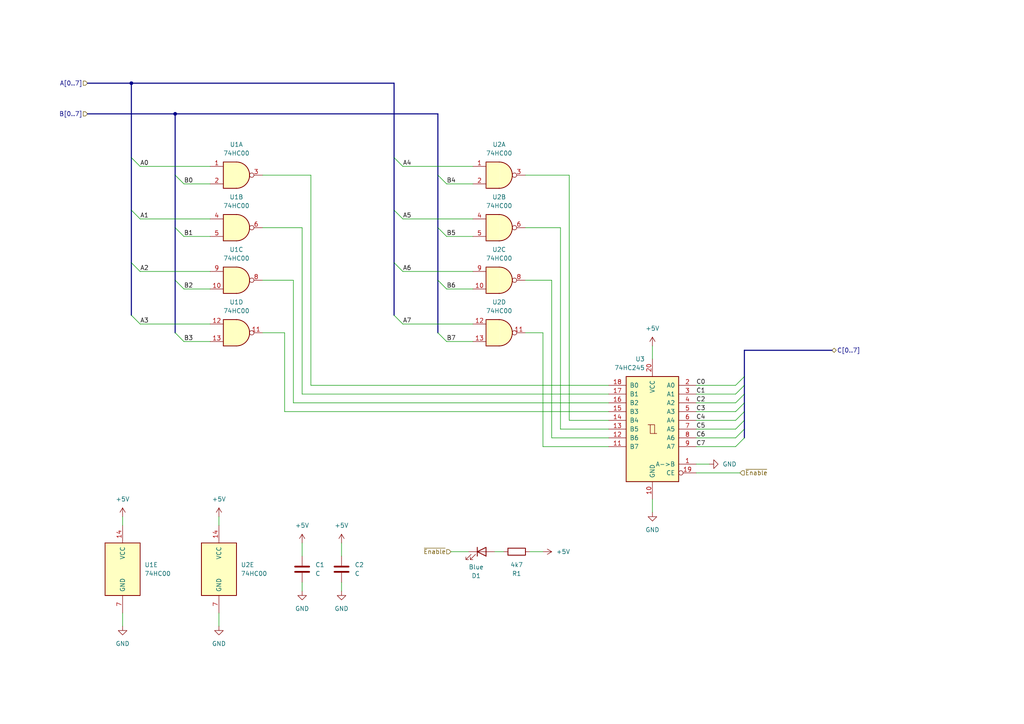
<source format=kicad_sch>
(kicad_sch (version 20231120) (generator "eeschema") (generator_version "8.0")
  (paper "A4")
  (lib_symbols
    (symbol "74xx:74HC00" (pin_names (offset 1.016))
      (property "Reference" "U" (at 0 1.27 0))
      (property "Value" "74HC00" (at 0 -1.27 0))
      (symbol "74HC00_1_1"
        (arc (start 0 -3.81) (mid 3.7934 0) (end 0 3.81) (stroke (width 0.254)) (fill (type background)))
        (polyline (pts (xy 0 3.81) (xy -3.81 3.81) (xy -3.81 -3.81) (xy 0 -3.81)) (stroke (width 0.254)) (fill (type background)))
        (pin input line (at -7.62 2.54 0) (length 3.81) (name "~") (number "1"))
        (pin input line (at -7.62 -2.54 0) (length 3.81) (name "~") (number "2"))
        (pin output inverted (at 7.62 0 180) (length 3.81) (name "~") (number "3"))
      )
      (symbol "74HC00_1_2"
        (arc (start -3.81 -3.81) (mid -2.589 0) (end -3.81 3.81) (stroke (width 0.254)))
        (arc (start -0.6096 -3.81) (mid 2.1842 -2.5851) (end 3.81 0) (stroke (width 0.254)) (fill (type background)))
        (polyline (pts (xy -3.81 -3.81) (xy -0.635 -3.81)) (stroke (width 0.254)) (fill (type background)))
        (polyline (pts (xy -3.81 3.81) (xy -0.635 3.81)) (stroke (width 0.254)) (fill (type background)))
        (polyline (pts (xy -0.635 3.81) (xy -3.81 3.81) (xy -3.81 3.81) (xy -3.556 3.4036) (xy -3.0226 2.2606) (xy -2.6924 1.0414) (xy -2.6162 -0.254) (xy -2.7686 -1.4986) (xy -3.175 -2.7178) (xy -3.81 -3.81) (xy -3.81 -3.81) (xy -0.635 -3.81)) (stroke (width -25.4)) (fill (type background)))
        (arc (start 3.81 0) (mid 2.1915 2.5936) (end -0.6096 3.81) (stroke (width 0.254)) (fill (type background)))
        (pin input inverted (at -7.62 2.54 0) (length 4.318) (name "~") (number "1"))
        (pin input inverted (at -7.62 -2.54 0) (length 4.318) (name "~") (number "2"))
        (pin output line (at 7.62 0 180) (length 3.81) (name "~") (number "3"))
      )
      (symbol "74HC00_2_1"
        (arc (start 0 -3.81) (mid 3.7934 0) (end 0 3.81) (stroke (width 0.254)) (fill (type background)))
        (polyline (pts (xy 0 3.81) (xy -3.81 3.81) (xy -3.81 -3.81) (xy 0 -3.81)) (stroke (width 0.254)) (fill (type background)))
        (pin input line (at -7.62 2.54 0) (length 3.81) (name "~") (number "4"))
        (pin input line (at -7.62 -2.54 0) (length 3.81) (name "~") (number "5"))
        (pin output inverted (at 7.62 0 180) (length 3.81) (name "~") (number "6"))
      )
      (symbol "74HC00_2_2"
        (arc (start -3.81 -3.81) (mid -2.589 0) (end -3.81 3.81) (stroke (width 0.254)))
        (arc (start -0.6096 -3.81) (mid 2.1842 -2.5851) (end 3.81 0) (stroke (width 0.254)) (fill (type background)))
        (polyline (pts (xy -3.81 -3.81) (xy -0.635 -3.81)) (stroke (width 0.254)) (fill (type background)))
        (polyline (pts (xy -3.81 3.81) (xy -0.635 3.81)) (stroke (width 0.254)) (fill (type background)))
        (polyline (pts (xy -0.635 3.81) (xy -3.81 3.81) (xy -3.81 3.81) (xy -3.556 3.4036) (xy -3.0226 2.2606) (xy -2.6924 1.0414) (xy -2.6162 -0.254) (xy -2.7686 -1.4986) (xy -3.175 -2.7178) (xy -3.81 -3.81) (xy -3.81 -3.81) (xy -0.635 -3.81)) (stroke (width -25.4)) (fill (type background)))
        (arc (start 3.81 0) (mid 2.1915 2.5936) (end -0.6096 3.81) (stroke (width 0.254)) (fill (type background)))
        (pin input inverted (at -7.62 2.54 0) (length 4.318) (name "~") (number "4"))
        (pin input inverted (at -7.62 -2.54 0) (length 4.318) (name "~") (number "5"))
        (pin output line (at 7.62 0 180) (length 3.81) (name "~") (number "6"))
      )
      (symbol "74HC00_3_1"
        (arc (start 0 -3.81) (mid 3.7934 0) (end 0 3.81) (stroke (width 0.254)) (fill (type background)))
        (polyline (pts (xy 0 3.81) (xy -3.81 3.81) (xy -3.81 -3.81) (xy 0 -3.81)) (stroke (width 0.254)) (fill (type background)))
        (pin input line (at -7.62 -2.54 0) (length 3.81) (name "~") (number "10"))
        (pin output inverted (at 7.62 0 180) (length 3.81) (name "~") (number "8"))
        (pin input line (at -7.62 2.54 0) (length 3.81) (name "~") (number "9"))
      )
      (symbol "74HC00_3_2"
        (arc (start -3.81 -3.81) (mid -2.589 0) (end -3.81 3.81) (stroke (width 0.254)))
        (arc (start -0.6096 -3.81) (mid 2.1842 -2.5851) (end 3.81 0) (stroke (width 0.254)) (fill (type background)))
        (polyline (pts (xy -3.81 -3.81) (xy -0.635 -3.81)) (stroke (width 0.254)) (fill (type background)))
        (polyline (pts (xy -3.81 3.81) (xy -0.635 3.81)) (stroke (width 0.254)) (fill (type background)))
        (polyline (pts (xy -0.635 3.81) (xy -3.81 3.81) (xy -3.81 3.81) (xy -3.556 3.4036) (xy -3.0226 2.2606) (xy -2.6924 1.0414) (xy -2.6162 -0.254) (xy -2.7686 -1.4986) (xy -3.175 -2.7178) (xy -3.81 -3.81) (xy -3.81 -3.81) (xy -0.635 -3.81)) (stroke (width -25.4)) (fill (type background)))
        (arc (start 3.81 0) (mid 2.1915 2.5936) (end -0.6096 3.81) (stroke (width 0.254)) (fill (type background)))
        (pin input inverted (at -7.62 -2.54 0) (length 4.318) (name "~") (number "10"))
        (pin output line (at 7.62 0 180) (length 3.81) (name "~") (number "8"))
        (pin input inverted (at -7.62 2.54 0) (length 4.318) (name "~") (number "9"))
      )
      (symbol "74HC00_4_1"
        (arc (start 0 -3.81) (mid 3.7934 0) (end 0 3.81) (stroke (width 0.254)) (fill (type background)))
        (polyline (pts (xy 0 3.81) (xy -3.81 3.81) (xy -3.81 -3.81) (xy 0 -3.81)) (stroke (width 0.254)) (fill (type background)))
        (pin output inverted (at 7.62 0 180) (length 3.81) (name "~") (number "11"))
        (pin input line (at -7.62 2.54 0) (length 3.81) (name "~") (number "12"))
        (pin input line (at -7.62 -2.54 0) (length 3.81) (name "~") (number "13"))
      )
      (symbol "74HC00_4_2"
        (arc (start -3.81 -3.81) (mid -2.589 0) (end -3.81 3.81) (stroke (width 0.254)))
        (arc (start -0.6096 -3.81) (mid 2.1842 -2.5851) (end 3.81 0) (stroke (width 0.254)) (fill (type background)))
        (polyline (pts (xy -3.81 -3.81) (xy -0.635 -3.81)) (stroke (width 0.254)) (fill (type background)))
        (polyline (pts (xy -3.81 3.81) (xy -0.635 3.81)) (stroke (width 0.254)) (fill (type background)))
        (polyline (pts (xy -0.635 3.81) (xy -3.81 3.81) (xy -3.81 3.81) (xy -3.556 3.4036) (xy -3.0226 2.2606) (xy -2.6924 1.0414) (xy -2.6162 -0.254) (xy -2.7686 -1.4986) (xy -3.175 -2.7178) (xy -3.81 -3.81) (xy -3.81 -3.81) (xy -0.635 -3.81)) (stroke (width -25.4)) (fill (type background)))
        (arc (start 3.81 0) (mid 2.1915 2.5936) (end -0.6096 3.81) (stroke (width 0.254)) (fill (type background)))
        (pin output line (at 7.62 0 180) (length 3.81) (name "~") (number "11"))
        (pin input inverted (at -7.62 2.54 0) (length 4.318) (name "~") (number "12"))
        (pin input inverted (at -7.62 -2.54 0) (length 4.318) (name "~") (number "13"))
      )
      (symbol "74HC00_5_0"
        (pin power_in line (at 0 12.7 270) (length 5.08) (name "VCC") (number "14"))
        (pin power_in line (at 0 -12.7 90) (length 5.08) (name "GND") (number "7"))
      )
      (symbol "74HC00_5_1"
        (rectangle (start -5.08 7.62) (end 5.08 -7.62) (stroke (width 0.254)) (fill (type background)))
      )
    )
    (symbol "74xx:74HC245" (pin_names (offset 1.016))
      (property "Reference" "U" (at -7.62 16.51 0))
      (property "Value" "74HC245" (at -7.62 -16.51 0))
      (symbol "74HC245_1_0"
        (polyline (pts (xy -0.635 -1.27) (xy -0.635 1.27) (xy 0.635 1.27)))
        (polyline (pts (xy -1.27 -1.27) (xy 0.635 -1.27) (xy 0.635 1.27) (xy 1.27 1.27)))
        (pin input line (at -12.7 -10.16 0) (length 5.08) (name "A->B") (number "1"))
        (pin power_in line (at 0 -20.32 90) (length 5.08) (name "GND") (number "10"))
        (pin tri_state line (at 12.7 -5.08 180) (length 5.08) (name "B7") (number "11"))
        (pin tri_state line (at 12.7 -2.54 180) (length 5.08) (name "B6") (number "12"))
        (pin tri_state line (at 12.7 0 180) (length 5.08) (name "B5") (number "13"))
        (pin tri_state line (at 12.7 2.54 180) (length 5.08) (name "B4") (number "14"))
        (pin tri_state line (at 12.7 5.08 180) (length 5.08) (name "B3") (number "15"))
        (pin tri_state line (at 12.7 7.62 180) (length 5.08) (name "B2") (number "16"))
        (pin tri_state line (at 12.7 10.16 180) (length 5.08) (name "B1") (number "17"))
        (pin tri_state line (at 12.7 12.7 180) (length 5.08) (name "B0") (number "18"))
        (pin input inverted (at -12.7 -12.7 0) (length 5.08) (name "CE") (number "19"))
        (pin tri_state line (at -12.7 12.7 0) (length 5.08) (name "A0") (number "2"))
        (pin power_in line (at 0 20.32 270) (length 5.08) (name "VCC") (number "20"))
        (pin tri_state line (at -12.7 10.16 0) (length 5.08) (name "A1") (number "3"))
        (pin tri_state line (at -12.7 7.62 0) (length 5.08) (name "A2") (number "4"))
        (pin tri_state line (at -12.7 5.08 0) (length 5.08) (name "A3") (number "5"))
        (pin tri_state line (at -12.7 2.54 0) (length 5.08) (name "A4") (number "6"))
        (pin tri_state line (at -12.7 0 0) (length 5.08) (name "A5") (number "7"))
        (pin tri_state line (at -12.7 -2.54 0) (length 5.08) (name "A6") (number "8"))
        (pin tri_state line (at -12.7 -5.08 0) (length 5.08) (name "A7") (number "9"))
      )
      (symbol "74HC245_1_1"
        (rectangle (start -7.62 15.24) (end 7.62 -15.24) (stroke (width 0.254)) (fill (type background)))
      )
    )
    (symbol "Device:C" (pin_numbers hide) (pin_names (offset 0.254))
      (property "Reference" "C" (at 0.635 2.54 0))
      (property "Value" "C" (at 0.635 -2.54 0))
      (symbol "C_0_1"
        (polyline (pts (xy -2.032 -0.762) (xy 2.032 -0.762)) (stroke (width 0.508)))
        (polyline (pts (xy -2.032 0.762) (xy 2.032 0.762)) (stroke (width 0.508)))
      )
      (symbol "C_1_1"
        (pin passive line (at 0 3.81 270) (length 2.794) (name "~") (number "1"))
        (pin passive line (at 0 -3.81 90) (length 2.794) (name "~") (number "2"))
      )
    )
    (symbol "Device:LED" (pin_numbers hide) (pin_names (offset 1.016) hide)
      (property "Reference" "D" (at 0 2.54 0))
      (property "Value" "LED" (at 0 -2.54 0))
      (symbol "LED_0_1"
        (polyline (pts (xy -1.27 -1.27) (xy -1.27 1.27)) (stroke (width 0.254)))
        (polyline (pts (xy -1.27 0) (xy 1.27 0)))
        (polyline (pts (xy 1.27 -1.27) (xy 1.27 1.27) (xy -1.27 0) (xy 1.27 -1.27)) (stroke (width 0.254)))
        (polyline (pts (xy -3.048 -0.762) (xy -4.572 -2.286) (xy -3.81 -2.286) (xy -4.572 -2.286) (xy -4.572 -1.524)))
        (polyline (pts (xy -1.778 -0.762) (xy -3.302 -2.286) (xy -2.54 -2.286) (xy -3.302 -2.286) (xy -3.302 -1.524)))
      )
      (symbol "LED_1_1"
        (pin passive line (at -3.81 0 0) (length 2.54) (name "K") (number "1"))
        (pin passive line (at 3.81 0 180) (length 2.54) (name "A") (number "2"))
      )
    )
    (symbol "Device:R" (pin_numbers hide) (pin_names (offset 0))
      (property "Reference" "R" (at 2.032 0 90))
      (property "Value" "R" (at 0 0 90))
      (symbol "R_0_1"
        (rectangle (start -1.016 -2.54) (end 1.016 2.54) (stroke (width 0.254)))
      )
      (symbol "R_1_1"
        (pin passive line (at 0 3.81 270) (length 1.27) (name "~") (number "1"))
        (pin passive line (at 0 -3.81 90) (length 1.27) (name "~") (number "2"))
      )
    )
    (symbol "power:+5V" (power) (pin_names (offset 0))
      (property "Value" "+5V" (at 0 3.556 0))
      (symbol "+5V_0_1"
        (polyline (pts (xy -0.762 1.27) (xy 0 2.54)))
        (polyline (pts (xy 0 0) (xy 0 2.54)))
        (polyline (pts (xy 0 2.54) (xy 0.762 1.27)))
      )
      (symbol "+5V_1_1"
        (pin power_in line (at 0 0 90) (length 0) hide (name "+5V") (number "1"))
      )
    )
    (symbol "power:GND" (power) (pin_names (offset 0))
      (property "Value" "GND" (at 0 -3.81 0))
      (symbol "GND_0_1"
        (polyline (pts (xy 0 0) (xy 0 -1.27) (xy 1.27 -1.27) (xy 0 -2.54) (xy -1.27 -1.27) (xy 0 -1.27)))
      )
      (symbol "GND_1_1"
        (pin power_in line (at 0 0 270) (length 0) hide (name "GND") (number "1"))
      )
    )
  )
  (junction (at 38.1 24.13))
  (junction (at 50.8 33.02))
  (bus_entry (at 114.3 76.2) (size 2.54 2.54))
  (bus_entry (at 215.9 119.38) (size -2.54 2.54))
  (bus_entry (at 114.3 45.72) (size 2.54 2.54))
  (bus_entry (at 50.8 66.04) (size 2.54 2.54))
  (bus_entry (at 38.1 45.72) (size 2.54 2.54))
  (bus_entry (at 215.9 109.22) (size -2.54 2.54))
  (bus_entry (at 215.9 124.46) (size -2.54 2.54))
  (bus_entry (at 50.8 81.28) (size 2.54 2.54))
  (bus_entry (at 215.9 127) (size -2.54 2.54))
  (bus_entry (at 127 50.8) (size 2.54 2.54))
  (bus_entry (at 215.9 116.84) (size -2.54 2.54))
  (bus_entry (at 38.1 60.96) (size 2.54 2.54))
  (bus_entry (at 127 81.28) (size 2.54 2.54))
  (bus_entry (at 50.8 50.8) (size 2.54 2.54))
  (bus_entry (at 215.9 111.76) (size -2.54 2.54))
  (bus_entry (at 127 96.52) (size 2.54 2.54))
  (bus_entry (at 38.1 76.2) (size 2.54 2.54))
  (bus_entry (at 114.3 60.96) (size 2.54 2.54))
  (bus_entry (at 114.3 91.44) (size 2.54 2.54))
  (bus_entry (at 50.8 96.52) (size 2.54 2.54))
  (bus_entry (at 215.9 114.3) (size -2.54 2.54))
  (bus_entry (at 215.9 121.92) (size -2.54 2.54))
  (bus_entry (at 38.1 91.44) (size 2.54 2.54))
  (bus_entry (at 127 66.04) (size 2.54 2.54))
  (bus (pts (xy 127 81.28) (xy 127 96.52)))
  (bus (pts (xy 38.1 60.96) (xy 38.1 76.2)))
  (wire (pts (xy 146.05 160.02) (xy 143.51 160.02)))
  (bus (pts (xy 114.3 45.72) (xy 114.3 60.96)))
  (bus (pts (xy 215.9 101.6) (xy 215.9 109.22)))
  (wire (pts (xy 189.23 104.14) (xy 189.23 100.33)))
  (wire (pts (xy 40.64 78.74) (xy 60.96 78.74)))
  (bus (pts (xy 50.8 66.04) (xy 50.8 81.28)))
  (bus (pts (xy 50.8 33.02) (xy 50.8 50.8)))
  (bus (pts (xy 25.4 24.13) (xy 38.1 24.13)))
  (wire (pts (xy 82.55 96.52) (xy 76.2 96.52)))
  (bus (pts (xy 215.9 111.76) (xy 215.9 114.3)))
  (bus (pts (xy 50.8 81.28) (xy 50.8 96.52)))
  (wire (pts (xy 165.1 121.92) (xy 165.1 50.8)))
  (wire (pts (xy 85.09 116.84) (xy 85.09 81.28)))
  (wire (pts (xy 162.56 66.04) (xy 152.4 66.04)))
  (wire (pts (xy 201.93 114.3) (xy 213.36 114.3)))
  (wire (pts (xy 53.34 99.06) (xy 60.96 99.06)))
  (wire (pts (xy 160.02 127) (xy 160.02 81.28)))
  (wire (pts (xy 116.84 63.5) (xy 137.16 63.5)))
  (wire (pts (xy 201.93 124.46) (xy 213.36 124.46)))
  (wire (pts (xy 63.5 149.86) (xy 63.5 152.4)))
  (wire (pts (xy 201.93 134.62) (xy 205.74 134.62)))
  (wire (pts (xy 152.4 96.52) (xy 157.48 96.52)))
  (wire (pts (xy 90.17 111.76) (xy 90.17 50.8)))
  (wire (pts (xy 85.09 81.28) (xy 76.2 81.28)))
  (wire (pts (xy 99.06 168.91) (xy 99.06 171.45)))
  (bus (pts (xy 114.3 60.96) (xy 114.3 76.2)))
  (bus (pts (xy 215.9 119.38) (xy 215.9 121.92)))
  (wire (pts (xy 135.89 160.02) (xy 130.81 160.02)))
  (wire (pts (xy 40.64 48.26) (xy 60.96 48.26)))
  (wire (pts (xy 201.93 116.84) (xy 213.36 116.84)))
  (wire (pts (xy 157.48 96.52) (xy 157.48 129.54)))
  (wire (pts (xy 165.1 50.8) (xy 152.4 50.8)))
  (wire (pts (xy 157.48 129.54) (xy 176.53 129.54)))
  (wire (pts (xy 63.5 177.8) (xy 63.5 181.61)))
  (wire (pts (xy 176.53 124.46) (xy 162.56 124.46)))
  (bus (pts (xy 127 66.04) (xy 127 81.28)))
  (bus (pts (xy 127 50.8) (xy 127 66.04)))
  (wire (pts (xy 160.02 81.28) (xy 152.4 81.28)))
  (wire (pts (xy 129.54 68.58) (xy 137.16 68.58)))
  (bus (pts (xy 215.9 124.46) (xy 215.9 127)))
  (wire (pts (xy 116.84 93.98) (xy 137.16 93.98)))
  (wire (pts (xy 116.84 78.74) (xy 137.16 78.74)))
  (wire (pts (xy 176.53 111.76) (xy 90.17 111.76)))
  (bus (pts (xy 215.9 109.22) (xy 215.9 111.76)))
  (wire (pts (xy 87.63 168.91) (xy 87.63 171.45)))
  (wire (pts (xy 53.34 68.58) (xy 60.96 68.58)))
  (wire (pts (xy 87.63 114.3) (xy 87.63 66.04)))
  (wire (pts (xy 99.06 157.48) (xy 99.06 161.29)))
  (bus (pts (xy 114.3 76.2) (xy 114.3 91.44)))
  (wire (pts (xy 201.93 121.92) (xy 213.36 121.92)))
  (wire (pts (xy 53.34 83.82) (xy 60.96 83.82)))
  (wire (pts (xy 176.53 119.38) (xy 82.55 119.38)))
  (wire (pts (xy 201.93 129.54) (xy 213.36 129.54)))
  (wire (pts (xy 87.63 157.48) (xy 87.63 161.29)))
  (wire (pts (xy 201.93 111.76) (xy 213.36 111.76)))
  (wire (pts (xy 201.93 119.38) (xy 213.36 119.38)))
  (wire (pts (xy 40.64 93.98) (xy 60.96 93.98)))
  (bus (pts (xy 50.8 33.02) (xy 127 33.02)))
  (wire (pts (xy 176.53 121.92) (xy 165.1 121.92)))
  (wire (pts (xy 90.17 50.8) (xy 76.2 50.8)))
  (bus (pts (xy 215.9 114.3) (xy 215.9 116.84)))
  (bus (pts (xy 127 33.02) (xy 127 50.8)))
  (wire (pts (xy 176.53 116.84) (xy 85.09 116.84)))
  (wire (pts (xy 82.55 119.38) (xy 82.55 96.52)))
  (bus (pts (xy 241.3 101.6) (xy 215.9 101.6)))
  (wire (pts (xy 189.23 148.59) (xy 189.23 144.78)))
  (bus (pts (xy 25.4 33.02) (xy 50.8 33.02)))
  (wire (pts (xy 162.56 124.46) (xy 162.56 66.04)))
  (bus (pts (xy 215.9 121.92) (xy 215.9 124.46)))
  (wire (pts (xy 53.34 53.34) (xy 60.96 53.34)))
  (wire (pts (xy 129.54 83.82) (xy 137.16 83.82)))
  (wire (pts (xy 35.56 177.8) (xy 35.56 181.61)))
  (wire (pts (xy 201.93 127) (xy 213.36 127)))
  (bus (pts (xy 114.3 24.13) (xy 114.3 45.72)))
  (wire (pts (xy 116.84 48.26) (xy 137.16 48.26)))
  (bus (pts (xy 38.1 24.13) (xy 38.1 45.72)))
  (wire (pts (xy 35.56 149.86) (xy 35.56 152.4)))
  (bus (pts (xy 38.1 76.2) (xy 38.1 91.44)))
  (wire (pts (xy 129.54 99.06) (xy 137.16 99.06)))
  (wire (pts (xy 157.48 160.02) (xy 153.67 160.02)))
  (wire (pts (xy 176.53 127) (xy 160.02 127)))
  (wire (pts (xy 40.64 63.5) (xy 60.96 63.5)))
  (wire (pts (xy 176.53 114.3) (xy 87.63 114.3)))
  (bus (pts (xy 215.9 116.84) (xy 215.9 119.38)))
  (bus (pts (xy 38.1 45.72) (xy 38.1 60.96)))
  (wire (pts (xy 201.93 137.16) (xy 214.63 137.16)))
  (bus (pts (xy 38.1 24.13) (xy 114.3 24.13)))
  (wire (pts (xy 87.63 66.04) (xy 76.2 66.04)))
  (wire (pts (xy 129.54 53.34) (xy 137.16 53.34)))
  (bus (pts (xy 50.8 50.8) (xy 50.8 66.04)))
  (label "C7" (at 201.93 129.54 0))
  (label "A1" (at 40.64 63.5 0))
  (label "C4" (at 201.93 121.92 0))
  (label "C2" (at 201.93 116.84 0))
  (label "C0" (at 201.93 111.76 0))
  (label "B0" (at 53.34 53.34 0))
  (label "A5" (at 116.84 63.5 0))
  (label "C6" (at 201.93 127 0))
  (label "B5" (at 129.54 68.58 0))
  (label "A7" (at 116.84 93.98 0))
  (label "A6" (at 116.84 78.74 0))
  (label "C3" (at 201.93 119.38 0))
  (label "B3" (at 53.34 99.06 0))
  (label "A2" (at 40.64 78.74 0))
  (label "A0" (at 40.64 48.26 0))
  (label "B1" (at 53.34 68.58 0))
  (label "B7" (at 129.54 99.06 0))
  (label "B6" (at 129.54 83.82 0))
  (label "A3" (at 40.64 93.98 0))
  (label "B4" (at 129.54 53.34 0))
  (label "A4" (at 116.84 48.26 0))
  (label "B2" (at 53.34 83.82 0))
  (label "C1" (at 201.93 114.3 0))
  (label "C5" (at 201.93 124.46 0))
  (hierarchical_label "~{Enable}" (shape input) (at 214.63 137.16 0))
  (hierarchical_label "~{Enable}" (shape input) (at 130.81 160.02 180))
  (hierarchical_label "C[0..7]" (shape tri_state) (at 241.3 101.6 0))
  (hierarchical_label "A[0..7]" (shape input) (at 25.4 24.13 180))
  (hierarchical_label "B[0..7]" (shape input) (at 25.4 33.02 180))
  (symbol (lib_id "power:GND") (at 205.74 134.62 90) (mirror x) (unit 1)
    (property "Reference" "#PWR03" (effects (hide yes)))
    (property "Value" "GND" (at 209.55 134.6201 90) (effects (justify right)))
    (property "Description" "Power symbol creates a global label with name \"GND\" , ground" (effects (hide yes)))
  )
  (symbol (lib_id "power:+5V") (at 99.06 157.48 0) (unit 1)
    (property "Reference" "#PWR09" (effects (hide yes)))
    (property "Value" "+5V" (at 99.06 152.4 0))
    (property "Description" "Power symbol creates a global label with name \"+5V\"" (effects (hide yes)))
  )
  (symbol (lib_id "Device:C") (at 99.06 165.1 0) (unit 1)
    (property "Reference" "C2" (at 102.87 163.8299 0) (effects (justify left)))
    (property "Value" "C" (at 102.87 166.3699 0) (effects (justify left)))
    (property "Footprint" "Capacitor_SMD:C_0603_1608Metric" (effects (hide yes)))
    (property "Datasheet" "https://wmsc.lcsc.com/wmsc/upload/file/pdf/v2/lcsc/2211101700_YAGEO-CC0603KRX7R9BB104_C14663.pdf" (effects (hide yes)))
    (property "Description" "Unpolarized capacitor" (effects (hide yes)))
    (property "LCSC" "C14663" (effects (hide yes)))
  )
  (symbol (lib_id "74xx:74HC00") (at 68.58 96.52 0) (unit 4)
    (property "Reference" "U1" (at 68.5717 87.63 0))
    (property "Value" "74HC00" (at 68.5717 90.17 0))
    (property "Footprint" "Package_DIP:DIP-14_W7.62mm_Socket" (effects (hide yes)))
    (property "Datasheet" "http://www.ti.com/lit/gpn/sn74hc00" (effects (hide yes)))
    (property "Description" "quad 2-input NAND gate" (effects (hide yes)))
  )
  (symbol (lib_id "74xx:74HC00") (at 144.78 81.28 0) (unit 3)
    (property "Reference" "U2" (at 144.7717 72.39 0))
    (property "Value" "74HC00" (at 144.7717 74.93 0))
    (property "Footprint" "Package_DIP:DIP-14_W7.62mm_Socket" (effects (hide yes)))
    (property "Datasheet" "http://www.ti.com/lit/gpn/sn74hc00" (effects (hide yes)))
    (property "Description" "quad 2-input NAND gate" (effects (hide yes)))
  )
  (symbol (lib_id "power:+5V") (at 63.5 149.86 0) (unit 1)
    (property "Reference" "#PWR012" (effects (hide yes)))
    (property "Value" "+5V" (at 63.5 144.78 0))
    (property "Description" "Power symbol creates a global label with name \"+5V\"" (effects (hide yes)))
  )
  (symbol (lib_id "power:GND") (at 63.5 181.61 0) (unit 1)
    (property "Reference" "#PWR014" (effects (hide yes)))
    (property "Value" "GND" (at 63.5 186.69 0))
    (property "Description" "Power symbol creates a global label with name \"GND\" , ground" (effects (hide yes)))
  )
  (symbol (lib_id "74xx:74HC245") (at 189.23 124.46 0) (mirror y) (unit 1)
    (property "Reference" "U3" (at 187.0359 104.14 0) (effects (justify left)))
    (property "Value" "74HC245" (at 187.0359 106.68 0) (effects (justify left)))
    (property "Footprint" "Package_SO:SOIC-20W_7.5x12.8mm_P1.27mm" (effects (hide yes)))
    (property "Datasheet" "http://www.ti.com/lit/gpn/sn74HC245" (effects (hide yes)))
    (property "Description" "Octal BUS Transceivers, 3-State outputs" (effects (hide yes)))
    (property "LCSC" "C5625" (effects (hide yes)))
  )
  (symbol (lib_id "74xx:74HC00") (at 68.58 50.8 0) (unit 1)
    (property "Reference" "U1" (at 68.5717 41.91 0))
    (property "Value" "74HC00" (at 68.5717 44.45 0))
    (property "Footprint" "Package_DIP:DIP-14_W7.62mm_Socket" (effects (hide yes)))
    (property "Datasheet" "http://www.ti.com/lit/gpn/sn74hc00" (effects (hide yes)))
    (property "Description" "quad 2-input NAND gate" (effects (hide yes)))
  )
  (symbol (lib_id "power:GND") (at 99.06 171.45 0) (unit 1)
    (property "Reference" "#PWR010" (effects (hide yes)))
    (property "Value" "GND" (at 99.06 176.53 0))
    (property "Description" "Power symbol creates a global label with name \"GND\" , ground" (effects (hide yes)))
  )
  (symbol (lib_id "74xx:74HC00") (at 68.58 81.28 0) (unit 3)
    (property "Reference" "U1" (at 68.5717 72.39 0))
    (property "Value" "74HC00" (at 68.5717 74.93 0))
    (property "Footprint" "Package_DIP:DIP-14_W7.62mm_Socket" (effects (hide yes)))
    (property "Datasheet" "http://www.ti.com/lit/gpn/sn74hc00" (effects (hide yes)))
    (property "Description" "quad 2-input NAND gate" (effects (hide yes)))
  )
  (symbol (lib_id "74xx:74HC00") (at 63.5 165.1 0) (unit 5)
    (property "Reference" "U2" (at 69.85 163.8299 0) (effects (justify left)))
    (property "Value" "74HC00" (at 69.85 166.3699 0) (effects (justify left)))
    (property "Footprint" "Package_DIP:DIP-14_W7.62mm_Socket" (effects (hide yes)))
    (property "Datasheet" "http://www.ti.com/lit/gpn/sn74hc00" (effects (hide yes)))
    (property "Description" "quad 2-input NAND gate" (effects (hide yes)))
  )
  (symbol (lib_id "74xx:74HC00") (at 68.58 66.04 0) (unit 2)
    (property "Reference" "U1" (at 68.5717 57.15 0))
    (property "Value" "74HC00" (at 68.5717 59.69 0))
    (property "Footprint" "Package_DIP:DIP-14_W7.62mm_Socket" (effects (hide yes)))
    (property "Datasheet" "http://www.ti.com/lit/gpn/sn74hc00" (effects (hide yes)))
    (property "Description" "quad 2-input NAND gate" (effects (hide yes)))
  )
  (symbol (lib_id "74xx:74HC00") (at 35.56 165.1 0) (unit 5)
    (property "Reference" "U1" (at 41.91 163.8299 0) (effects (justify left)))
    (property "Value" "74HC00" (at 41.91 166.3699 0) (effects (justify left)))
    (property "Footprint" "Package_DIP:DIP-14_W7.62mm_Socket" (effects (hide yes)))
    (property "Datasheet" "http://www.ti.com/lit/gpn/sn74hc00" (effects (hide yes)))
    (property "Description" "quad 2-input NAND gate" (effects (hide yes)))
  )
  (symbol (lib_id "power:GND") (at 35.56 181.61 0) (unit 1)
    (property "Reference" "#PWR013" (effects (hide yes)))
    (property "Value" "GND" (at 35.56 186.69 0))
    (property "Description" "Power symbol creates a global label with name \"GND\" , ground" (effects (hide yes)))
  )
  (symbol (lib_id "power:GND") (at 189.23 148.59 0) (mirror y) (unit 1)
    (property "Reference" "#PWR05" (effects (hide yes)))
    (property "Value" "GND" (at 189.23 153.67 0))
    (property "Description" "Power symbol creates a global label with name \"GND\" , ground" (effects (hide yes)))
  )
  (symbol (lib_id "power:+5V") (at 87.63 157.48 0) (unit 1)
    (property "Reference" "#PWR07" (effects (hide yes)))
    (property "Value" "+5V" (at 87.63 152.4 0))
    (property "Description" "Power symbol creates a global label with name \"+5V\"" (effects (hide yes)))
  )
  (symbol (lib_id "74xx:74HC00") (at 144.78 50.8 0) (unit 1)
    (property "Reference" "U2" (at 144.7717 41.91 0))
    (property "Value" "74HC00" (at 144.7717 44.45 0))
    (property "Footprint" "Package_DIP:DIP-14_W7.62mm_Socket" (effects (hide yes)))
    (property "Datasheet" "http://www.ti.com/lit/gpn/sn74hc00" (effects (hide yes)))
    (property "Description" "quad 2-input NAND gate" (effects (hide yes)))
  )
  (symbol (lib_id "power:GND") (at 87.63 171.45 0) (unit 1)
    (property "Reference" "#PWR08" (effects (hide yes)))
    (property "Value" "GND" (at 87.63 176.53 0))
    (property "Description" "Power symbol creates a global label with name \"GND\" , ground" (effects (hide yes)))
  )
  (symbol (lib_id "Device:R") (at 149.86 160.02 90) (unit 1)
    (property "Reference" "R1" (at 149.86 166.37 90))
    (property "Value" "4k7" (at 149.86 163.83 90))
    (property "Footprint" "Resistor_SMD:R_0603_1608Metric" (effects (hide yes)))
    (property "Datasheet" "https://datasheet.lcsc.com/lcsc/2206010116_UNI-ROYAL-Uniroyal-Elec-0603WAF4701T5E_C23162.pdf" (effects (hide yes)))
    (property "LCSC" "C23162" (effects (hide yes)))
  )
  (symbol (lib_id "Device:LED") (at 139.7 160.02 0) (unit 1)
    (property "Reference" "D1" (at 138.1125 167.005 0))
    (property "Value" "Blue" (at 138.1125 164.465 0))
    (property "Footprint" "LED_SMD:LED_0603_1608Metric" (effects (hide yes)))
    (property "LCSC" "C72041" (effects (hide yes)))
  )
  (symbol (lib_id "74xx:74HC00") (at 144.78 96.52 0) (unit 4)
    (property "Reference" "U2" (at 144.7717 87.63 0))
    (property "Value" "74HC00" (at 144.7717 90.17 0))
    (property "Footprint" "Package_DIP:DIP-14_W7.62mm_Socket" (effects (hide yes)))
    (property "Datasheet" "http://www.ti.com/lit/gpn/sn74hc00" (effects (hide yes)))
    (property "Description" "quad 2-input NAND gate" (effects (hide yes)))
  )
  (symbol (lib_id "power:+5V") (at 157.48 160.02 270) (unit 1)
    (property "Reference" "#PWR06" (effects (hide yes)))
    (property "Value" "+5V" (at 161.29 160.02 90) (effects (justify left)))
  )
  (symbol (lib_id "power:+5V") (at 35.56 149.86 0) (unit 1)
    (property "Reference" "#PWR011" (effects (hide yes)))
    (property "Value" "+5V" (at 35.56 144.78 0))
    (property "Description" "Power symbol creates a global label with name \"+5V\"" (effects (hide yes)))
  )
  (symbol (lib_id "power:+5V") (at 189.23 100.33 0) (mirror y) (unit 1)
    (property "Reference" "#PWR04" (effects (hide yes)))
    (property "Value" "+5V" (at 189.23 95.25 0))
    (property "Description" "Power symbol creates a global label with name \"+5V\"" (effects (hide yes)))
  )
  (symbol (lib_id "Device:C") (at 87.63 165.1 0) (unit 1)
    (property "Reference" "C1" (at 91.44 163.8299 0) (effects (justify left)))
    (property "Value" "C" (at 91.44 166.3699 0) (effects (justify left)))
    (property "Footprint" "Capacitor_SMD:C_0603_1608Metric" (effects (hide yes)))
    (property "Datasheet" "https://wmsc.lcsc.com/wmsc/upload/file/pdf/v2/lcsc/2211101700_YAGEO-CC0603KRX7R9BB104_C14663.pdf" (effects (hide yes)))
    (property "Description" "Unpolarized capacitor" (effects (hide yes)))
    (property "LCSC" "C14663" (effects (hide yes)))
  )
  (symbol (lib_id "74xx:74HC00") (at 144.78 66.04 0) (unit 2)
    (property "Reference" "U2" (at 144.7717 57.15 0))
    (property "Value" "74HC00" (at 144.7717 59.69 0))
    (property "Footprint" "Package_DIP:DIP-14_W7.62mm_Socket" (effects (hide yes)))
    (property "Datasheet" "http://www.ti.com/lit/gpn/sn74hc00" (effects (hide yes)))
    (property "Description" "quad 2-input NAND gate" (effects (hide yes)))
  )
)
</source>
